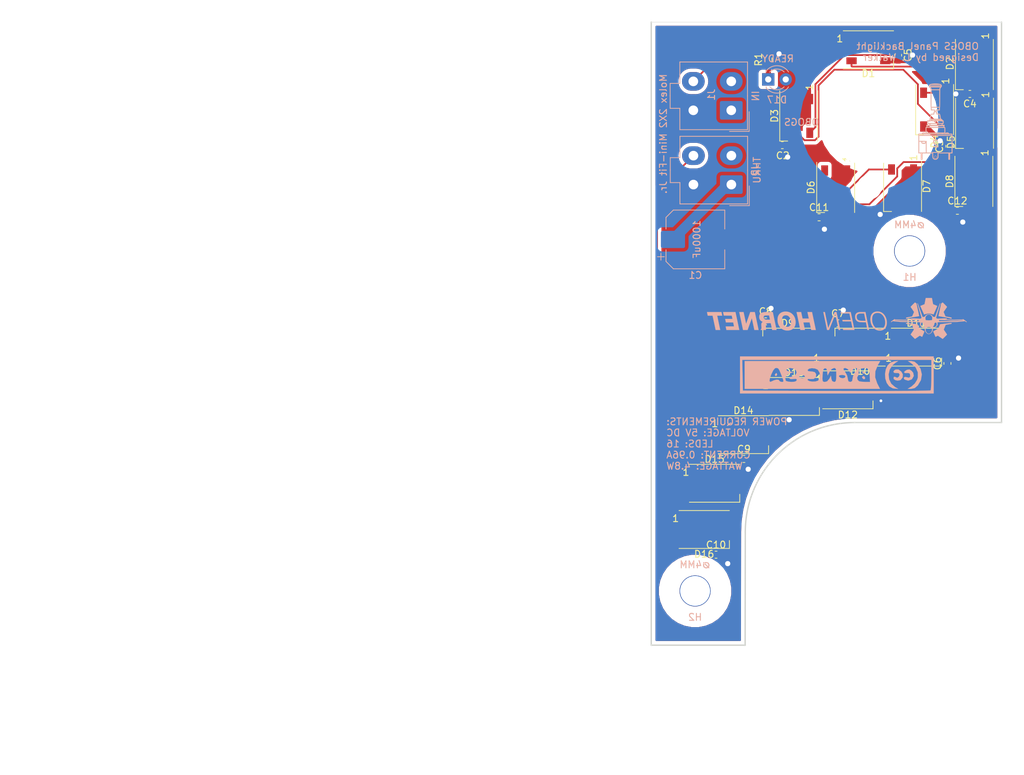
<source format=kicad_pcb>
(kicad_pcb (version 20171130) (host pcbnew "(5.1.6)-1")
  (layers (0 F.Cu signal) (31 B.Cu signal) (34 B.Paste user) (35 F.Paste user) (36 B.SilkS user) (37 F.SilkS user) (38 B.Mask user) (39 F.Mask user) (44 Edge.Cuts user))
  (net 0 "")
  (net 1 /LED+5V)
  (net 2 "Net-(D1-Pad2)")
  (net 3 /DATAIN)
  (net 4 /LEDGND)
  (net 5 "Net-(D2-Pad2)")
  (net 6 "Net-(D3-Pad2)")
  (net 7 "Net-(D4-Pad2)")
  (net 8 "Net-(D5-Pad2)")
  (net 9 "Net-(D6-Pad2)")
  (net 10 "Net-(D7-Pad2)")
  (net 11 "Net-(D8-Pad2)")
  (net 12 "Net-(D10-Pad4)")
  (net 13 "Net-(D10-Pad2)")
  (net 14 "Net-(D11-Pad2)")
  (net 15 "Net-(D12-Pad2)")
  (net 16 "Net-(D13-Pad2)")
  (net 17 "Net-(D14-Pad2)")
  (net 18 "Net-(D15-Pad2)")
  (net 19 /DATAOUT)
  (net 20 "Net-(D17-Pad1)")
  (module OH_Backlighting:Molex_Mini-Fit_Jr_5566-04A_2x02_P4.20mm_Vertical (layer B.Cu) (at 170.26636 64.47536 90)
    (fp_text reference J2 (at 2.1 3.45 90) (layer B.SilkS) (effects (justify mirror)))
    (fp_text value Conn_01x04_Female)
    (pad 4 thru_hole oval (at 4.2 -5.5 90) (size 2.7 3.3) (drill 1.4) (layers *.Cu *.Mask) (net 19 /DATAOUT))
    (pad 3 thru_hole oval (at 0 -5.5 90) (size 2.7 3.3) (drill 1.4) (layers *.Cu *.Mask) (net 4 /LEDGND))
    (pad 2 thru_hole oval (at 4.2 0 90) (size 2.7 3.3) (drill 1.4) (layers *.Cu *.Mask) (net 1 /LED+5V))
    (pad 1 thru_hole roundrect (at 0 0 90) (size 2.7 3.3) (drill 1.4) (layers *.Cu *.Mask) (roundrect_rratio 0.09259299999999999) (net 1 /LED+5V))
  )
  (module OH_Backlighting:Molex_Mini-Fit_Jr_5566-04A_2x02_P4.20mm_Vertical (layer B.Cu) (at 170.25112 53.6956 90)
    (fp_text reference J1 (at 2.25552 -2.88036 90) (layer B.SilkS) (effects (justify mirror)))
    (fp_text value Conn_01x04_Female)
    (pad 4 thru_hole oval (at 4.2 -5.5 90) (size 2.7 3.3) (drill 1.4) (layers *.Cu *.Mask) (net 3 /DATAIN))
    (pad 3 thru_hole oval (at 0 -5.5 90) (size 2.7 3.3) (drill 1.4) (layers *.Cu *.Mask) (net 4 /LEDGND))
    (pad 2 thru_hole oval (at 4.2 0 90) (size 2.7 3.3) (drill 1.4) (layers *.Cu *.Mask) (net 1 /LED+5V))
    (pad 1 thru_hole roundrect (at 0 0 90) (size 2.7 3.3) (drill 1.4) (layers *.Cu *.Mask) (roundrect_rratio 0.09259299999999999) (net 1 /LED+5V))
  )
  (module OH_General:CC-BY-NC-SA-Small (layer B.Cu) (at 185.65 92.1 180)
    (fp_text reference G*** hide)
    (fp_text value LOGO hide)
  )
  (module OH_General:OH_LOGO_37.7mm_5.9mm (layer B.Cu) (at 185.572676 83.9 180)
    (fp_text reference G*** hide)
    (fp_text value LOGO hide)
  )
  (module Capacitor_SMD:C_0603_1608Metric (layer F.Cu) (at 203.0477 68.26758)
    (fp_text reference C12 (at 0 -1.43) (layer F.SilkS))
    (fp_text value C)
    (pad 2 smd roundrect (at 0.7875 0) (size 0.875 0.95) (layers F.Cu F.Paste F.Mask) (net 4 /LEDGND))
    (pad 1 smd roundrect (at -0.7875 0) (size 0.875 0.95) (layers F.Cu F.Paste F.Mask) (net 1 /LED+5V))
  )
  (module Capacitor_SMD:C_0603_1608Metric (layer F.Cu) (at 182.99166 69.22008)
    (fp_text reference C11 (at 0 -1.43) (layer F.SilkS))
    (fp_text value C)
    (pad 2 smd roundrect (at 0.7875 0) (size 0.875 0.95) (layers F.Cu F.Paste F.Mask) (net 4 /LEDGND))
    (pad 1 smd roundrect (at -0.7875 0) (size 0.875 0.95) (layers F.Cu F.Paste F.Mask) (net 1 /LED+5V))
  )
  (module "Kicad Footprint Files:100SPX_Toggle_Keepout" (layer F.Cu) (at 190.279157 55.312067)
    (fp_text reference 1 (at 0 0.5) (layer F.SilkS))
    (fp_text value 100SPX_Toggle_Keepout)
    (pad "" np_thru_hole circle (at 0 9.525) (size 3.572 3.572) (drill 3.572) (layers *.Cu *.Mask) (clearance 1))
    (pad "" np_thru_hole circle (at 0 0) (size 12.7 12.7) (drill 12.7) (layers *.Mask F.Cu) (clearance 1))
    (pad "" np_thru_hole circle (at 0 0) (size 12.7 12.7) (drill 12.7) (layers *.Mask B.Cu) (clearance 3.65))
  )
  (module "Kicad Footprint Files:OH_Panel_Fastner_Keepout" (layer F.Cu) (at 165.006157 123.447567)
    (fp_text reference 3 hide)
    (fp_text value OH_Panel_Fastner_Keepout hide)
    (fp_text user ⌀4MM (at 0 -3.81) (layer B.SilkS) (effects (justify mirror)))
    (fp_text user H2 (at 0 3.81) (layer B.SilkS) (effects (justify mirror)))
    (pad "" np_thru_hole circle (at 0 0) (size 4.5 4.5) (drill 4.3053) (layers *.Cu *.Mask) (clearance 3))
  )
  (module "Kicad Footprint Files:OH_Panel_Fastner_Keepout" (layer F.Cu) (at 196.121157 74.108067)
    (fp_text reference 2 hide)
    (fp_text value OH_Panel_Fastner_Keepout hide)
    (fp_text user ⌀4MM (at 0 -3.81) (layer B.SilkS) (effects (justify mirror)))
    (fp_text user H1 (at 0 3.81) (layer B.SilkS) (effects (justify mirror)))
    (pad "" np_thru_hole circle (at 0 0) (size 4.5 4.5) (drill 4.3053) (layers *.Cu *.Mask) (clearance 3))
  )
  (module Capacitor_SMD:C_0603_1608Metric (layer F.Cu) (at 204.86116 51.31562 180)
    (fp_text reference C4 (at 0 -1.43) (layer F.SilkS))
    (fp_text value C)
    (pad 2 smd roundrect (at 0.775 0 180) (size 0.9 0.95) (layers F.Cu F.Paste F.Mask) (net 4 /LEDGND))
    (pad 1 smd roundrect (at -0.775 0 180) (size 0.9 0.95) (layers F.Cu F.Paste F.Mask) (net 1 /LED+5V))
  )
  (module Capacitor_SMD:C_0603_1608Metric (layer F.Cu) (at 175.23938 84.32292)
    (fp_text reference C8 (at 0 -1.43) (layer F.SilkS))
    (fp_text value C)
    (pad 2 smd roundrect (at 0.775 0) (size 0.9 0.95) (layers F.Cu F.Paste F.Mask) (net 4 /LEDGND))
    (pad 1 smd roundrect (at -0.775 0) (size 0.9 0.95) (layers F.Cu F.Paste F.Mask) (net 1 /LED+5V))
  )
  (module Resistor_SMD:R_0603_1608Metric (layer F.Cu) (at 175.63592 46.32656 90)
    (fp_text reference R1 (at 0 -1.43 90) (layer F.SilkS))
    (fp_text value R)
    (pad 2 smd roundrect (at 0.825 0 90) (size 0.8 0.95) (layers F.Cu F.Paste F.Mask) (net 4 /LEDGND))
    (pad 1 smd roundrect (at -0.825 0 90) (size 0.8 0.95) (layers F.Cu F.Paste F.Mask) (net 20 "Net-(D17-Pad1)"))
  )
  (module Capacitor_SMD:C_0603_1608Metric (layer F.Cu) (at 168.04356 118.18874)
    (fp_text reference C10 (at 0 -1.43) (layer F.SilkS))
    (fp_text value C)
    (pad 2 smd roundrect (at 0.775 0) (size 0.9 0.95) (layers F.Cu F.Paste F.Mask) (net 4 /LEDGND))
    (pad 1 smd roundrect (at -0.775 0) (size 0.9 0.95) (layers F.Cu F.Paste F.Mask) (net 1 /LED+5V))
  )
  (module Capacitor_SMD:C_0603_1608Metric (layer F.Cu) (at 172.08978 104.2924)
    (fp_text reference C9 (at 0 -1.43) (layer F.SilkS))
    (fp_text value C)
    (pad 2 smd roundrect (at 0.775 0) (size 0.9 0.95) (layers F.Cu F.Paste F.Mask) (net 4 /LEDGND))
    (pad 1 smd roundrect (at -0.775 0) (size 0.9 0.95) (layers F.Cu F.Paste F.Mask) (net 1 /LED+5V))
  )
  (module Capacitor_SMD:C_0603_1608Metric (layer F.Cu) (at 185.71972 84.6074)
    (fp_text reference C7 (at 0 -1.43) (layer F.SilkS))
    (fp_text value C)
    (pad 2 smd roundrect (at 0.775 0) (size 0.9 0.95) (layers F.Cu F.Paste F.Mask) (net 4 /LEDGND))
    (pad 1 smd roundrect (at -0.775 0) (size 0.9 0.95) (layers F.Cu F.Paste F.Mask) (net 1 /LED+5V))
  )
  (module Capacitor_SMD:C_0603_1608Metric (layer F.Cu) (at 201.60234 90.42684 90)
    (fp_text reference C6 (at 0 -1.43 90) (layer F.SilkS))
    (fp_text value C)
    (pad 2 smd roundrect (at 0.775 0 90) (size 0.9 0.95) (layers F.Cu F.Paste F.Mask) (net 4 /LEDGND))
    (pad 1 smd roundrect (at -0.775 0 90) (size 0.9 0.95) (layers F.Cu F.Paste F.Mask) (net 1 /LED+5V))
  )
  (module Capacitor_SMD:C_0603_1608Metric (layer F.Cu) (at 194.44716 45.6949 270)
    (fp_text reference C5 (at 0 -1.43 90) (layer F.SilkS))
    (fp_text value C)
    (pad 2 smd roundrect (at 0.775 0 270) (size 0.9 0.95) (layers F.Cu F.Paste F.Mask) (net 4 /LEDGND))
    (pad 1 smd roundrect (at -0.775 0 270) (size 0.9 0.95) (layers F.Cu F.Paste F.Mask) (net 1 /LED+5V))
  )
  (module Capacitor_SMD:C_0603_1608Metric (layer F.Cu) (at 201.88174 58.90992 90)
    (fp_text reference C3 (at 0 -1.43 90) (layer F.SilkS))
    (fp_text value C)
    (pad 2 smd roundrect (at 0.775 0 90) (size 0.9 0.95) (layers F.Cu F.Paste F.Mask) (net 4 /LEDGND))
    (pad 1 smd roundrect (at -0.775 0 90) (size 0.9 0.95) (layers F.Cu F.Paste F.Mask) (net 1 /LED+5V))
  )
  (module Capacitor_SMD:C_0603_1608Metric (layer F.Cu) (at 177.6603 58.74766)
    (fp_text reference C2 (at 0.05872 1.52146) (layer F.SilkS))
    (fp_text value C)
    (pad 2 smd roundrect (at 0.775 0) (size 0.9 0.95) (layers F.Cu F.Paste F.Mask) (net 4 /LEDGND))
    (pad 1 smd roundrect (at -0.775 0) (size 0.9 0.95) (layers F.Cu F.Paste F.Mask) (net 1 /LED+5V))
  )
  (module "Kicad Footprint Files:S2ALToggle" (layer B.Cu) (at 199.9996 55.4736 180)
    (fp_text reference G*** hide)
    (fp_text value LOGO hide)
    (fp_text user 2 (at 0.125 -3.075) (layer B.SilkS) (effects (justify mirror)))
  )
  (module Capacitor_SMD:CP_Elec_8x10 (layer B.Cu) (at 165.04786 72.43318)
    (fp_text reference C1 (at 0 5.2) (layer B.SilkS) (effects (justify mirror)))
    (fp_text value C_Polarized)
    (pad 2 smd roundrect (at 3.25 0) (size 3.5 2.5) (layers B.Cu B.Paste B.Mask) (roundrect_rratio 0.1) (net 4 /LEDGND))
    (pad 1 smd roundrect (at -3.25 0) (size 3.5 2.5) (layers B.Cu B.Paste B.Mask) (roundrect_rratio 0.1) (net 1 /LED+5V))
  )
  (module LED_THT:LED_D3.0mm (layer B.Cu) (at 175.61306 49.20996)
    (fp_text reference D17 (at 1.27 2.96 180) (layer B.SilkS) (effects (justify mirror)))
    (fp_text value LED)
    (pad 2 thru_hole circle (at 2.54 0) (size 1.8 1.8) (drill 0.9) (layers *.Cu *.Mask) (net 1 /LED+5V))
    (pad 1 thru_hole rect (at 0 0) (size 1.8 1.8) (drill 0.9) (layers *.Cu *.Mask) (net 20 "Net-(D17-Pad1)"))
  )
  (module LED_SMD:LED_WS2812B_PLCC4_5.0x5.0mm_P3.2mm (layer F.Cu) (at 166.331 114.528)
    (fp_text reference D16 (at -0.0118 3.582) (layer F.SilkS))
    (fp_text value WS2812B)
    (fp_text user 1 (at -4.15 -1.6) (layer F.SilkS))
    (pad 1 smd rect (at -2.45 -1.6) (size 1.5 1) (layers F.Cu F.Paste F.Mask) (net 1 /LED+5V))
    (pad 2 smd rect (at -2.45 1.6) (size 1.5 1) (layers F.Cu F.Paste F.Mask) (net 19 /DATAOUT))
    (pad 4 smd rect (at 2.45 -1.6) (size 1.5 1) (layers F.Cu F.Paste F.Mask) (net 18 "Net-(D15-Pad2)"))
    (pad 3 smd rect (at 2.45 1.6) (size 1.5 1) (layers F.Cu F.Paste F.Mask) (net 4 /LEDGND))
  )
  (module LED_SMD:LED_WS2812B_PLCC4_5.0x5.0mm_P3.2mm (layer F.Cu) (at 167.832 107.823)
    (fp_text reference D15 (at 0 -3.5) (layer F.SilkS))
    (fp_text value WS2812B)
    (fp_text user 1 (at -4.15 -1.6) (layer F.SilkS))
    (pad 1 smd rect (at -2.45 -1.6) (size 1.5 1) (layers F.Cu F.Paste F.Mask) (net 1 /LED+5V))
    (pad 2 smd rect (at -2.45 1.6) (size 1.5 1) (layers F.Cu F.Paste F.Mask) (net 18 "Net-(D15-Pad2)"))
    (pad 4 smd rect (at 2.45 -1.6) (size 1.5 1) (layers F.Cu F.Paste F.Mask) (net 17 "Net-(D14-Pad2)"))
    (pad 3 smd rect (at 2.45 1.6) (size 1.5 1) (layers F.Cu F.Paste F.Mask) (net 4 /LEDGND))
  )
  (module LED_SMD:LED_WS2812B_PLCC4_5.0x5.0mm_P3.2mm (layer F.Cu) (at 172.02 100.762)
    (fp_text reference D14 (at 0 -3.5) (layer F.SilkS))
    (fp_text value WS2812B)
    (fp_text user 1 (at -4.15 -1.6) (layer F.SilkS))
    (pad 1 smd rect (at -2.45 -1.6) (size 1.5 1) (layers F.Cu F.Paste F.Mask) (net 1 /LED+5V))
    (pad 2 smd rect (at -2.45 1.6) (size 1.5 1) (layers F.Cu F.Paste F.Mask) (net 17 "Net-(D14-Pad2)"))
    (pad 4 smd rect (at 2.45 -1.6) (size 1.5 1) (layers F.Cu F.Paste F.Mask) (net 16 "Net-(D13-Pad2)"))
    (pad 3 smd rect (at 2.45 1.6) (size 1.5 1) (layers F.Cu F.Paste F.Mask) (net 4 /LEDGND))
  )
  (module LED_SMD:LED_WS2812B_PLCC4_5.0x5.0mm_P3.2mm (layer F.Cu) (at 179.386 95.2244)
    (fp_text reference D13 (at -0.0112 -3.4796) (layer F.SilkS))
    (fp_text value WS2812B)
    (fp_text user 1 (at -4.15 -1.6) (layer F.SilkS))
    (pad 1 smd rect (at -2.45 -1.6) (size 1.5 1) (layers F.Cu F.Paste F.Mask) (net 1 /LED+5V))
    (pad 2 smd rect (at -2.45 1.6) (size 1.5 1) (layers F.Cu F.Paste F.Mask) (net 16 "Net-(D13-Pad2)"))
    (pad 4 smd rect (at 2.45 -1.6) (size 1.5 1) (layers F.Cu F.Paste F.Mask) (net 15 "Net-(D12-Pad2)"))
    (pad 3 smd rect (at 2.45 1.6) (size 1.5 1) (layers F.Cu F.Paste F.Mask) (net 4 /LEDGND))
  )
  (module LED_SMD:LED_WS2812B_PLCC4_5.0x5.0mm_P3.2mm (layer F.Cu) (at 187.159 94.2592)
    (fp_text reference D12 (at 0 3.6324) (layer F.SilkS))
    (fp_text value WS2812B)
    (fp_text user 1 (at -4.15 -1.6) (layer F.SilkS))
    (pad 1 smd rect (at -2.45 -1.6) (size 1.5 1) (layers F.Cu F.Paste F.Mask) (net 1 /LED+5V))
    (pad 2 smd rect (at -2.45 1.6) (size 1.5 1) (layers F.Cu F.Paste F.Mask) (net 15 "Net-(D12-Pad2)"))
    (pad 4 smd rect (at 2.45 -1.6) (size 1.5 1) (layers F.Cu F.Paste F.Mask) (net 14 "Net-(D11-Pad2)"))
    (pad 3 smd rect (at 2.45 1.6) (size 1.5 1) (layers F.Cu F.Paste F.Mask) (net 4 /LEDGND))
  )
  (module LED_SMD:LED_WS2812B_PLCC4_5.0x5.0mm_P3.2mm (layer F.Cu) (at 197.116 88.0616)
    (fp_text reference D11 (at 0 -3.5) (layer F.SilkS))
    (fp_text value WS2812B)
    (fp_text user 1 (at -4.15 -1.6) (layer F.SilkS))
    (pad 1 smd rect (at -2.45 -1.6) (size 1.5 1) (layers F.Cu F.Paste F.Mask) (net 1 /LED+5V))
    (pad 2 smd rect (at -2.45 1.6) (size 1.5 1) (layers F.Cu F.Paste F.Mask) (net 14 "Net-(D11-Pad2)"))
    (pad 4 smd rect (at 2.45 -1.6) (size 1.5 1) (layers F.Cu F.Paste F.Mask) (net 13 "Net-(D10-Pad2)"))
    (pad 3 smd rect (at 2.45 1.6) (size 1.5 1) (layers F.Cu F.Paste F.Mask) (net 4 /LEDGND))
  )
  (module LED_SMD:LED_WS2812B_PLCC4_5.0x5.0mm_P3.2mm (layer F.Cu) (at 188.937 88.0616 180)
    (fp_text reference D10 (at 0 -3.5) (layer F.SilkS))
    (fp_text value WS2812B)
    (fp_text user 1 (at -4.15 -1.6) (layer F.SilkS))
    (pad 1 smd rect (at -2.45 -1.6 180) (size 1.5 1) (layers F.Cu F.Paste F.Mask) (net 1 /LED+5V))
    (pad 2 smd rect (at -2.45 1.6 180) (size 1.5 1) (layers F.Cu F.Paste F.Mask) (net 13 "Net-(D10-Pad2)"))
    (pad 4 smd rect (at 2.45 -1.6 180) (size 1.5 1) (layers F.Cu F.Paste F.Mask) (net 12 "Net-(D10-Pad4)"))
    (pad 3 smd rect (at 2.45 1.6 180) (size 1.5 1) (layers F.Cu F.Paste F.Mask) (net 4 /LEDGND))
  )
  (module LED_SMD:LED_WS2812B_PLCC4_5.0x5.0mm_P3.2mm (layer F.Cu) (at 178.472 88.0616 180)
    (fp_text reference D9 (at 0.0116 3.4796) (layer F.SilkS))
    (fp_text value WS2812B)
    (fp_text user 1 (at -4.15 -1.6) (layer F.SilkS))
    (pad 1 smd rect (at -2.45 -1.6 180) (size 1.5 1) (layers F.Cu F.Paste F.Mask) (net 1 /LED+5V))
    (pad 2 smd rect (at -2.45 1.6 180) (size 1.5 1) (layers F.Cu F.Paste F.Mask) (net 12 "Net-(D10-Pad4)"))
    (pad 4 smd rect (at 2.45 -1.6 180) (size 1.5 1) (layers F.Cu F.Paste F.Mask) (net 11 "Net-(D8-Pad2)"))
    (pad 3 smd rect (at 2.45 1.6 180) (size 1.5 1) (layers F.Cu F.Paste F.Mask) (net 4 /LEDGND))
  )
  (module LED_SMD:LED_WS2812B_PLCC4_5.0x5.0mm_P3.2mm (layer F.Cu) (at 205.435 64.008 270)
    (fp_text reference D8 (at 0 3.505 90) (layer F.SilkS))
    (fp_text value WS2812B)
    (fp_text user 1 (at -4.15 -1.6 90) (layer F.SilkS))
    (pad 1 smd rect (at -2.45 -1.6 270) (size 1.5 1) (layers F.Cu F.Paste F.Mask) (net 1 /LED+5V))
    (pad 2 smd rect (at -2.45 1.6 270) (size 1.5 1) (layers F.Cu F.Paste F.Mask) (net 11 "Net-(D8-Pad2)"))
    (pad 4 smd rect (at 2.45 -1.6 270) (size 1.5 1) (layers F.Cu F.Paste F.Mask) (net 10 "Net-(D7-Pad2)"))
    (pad 3 smd rect (at 2.45 1.6 270) (size 1.5 1) (layers F.Cu F.Paste F.Mask) (net 4 /LEDGND))
  )
  (module LED_SMD:LED_WS2812B_PLCC4_5.0x5.0mm_P3.2mm (layer F.Cu) (at 195.098 64.7308 270)
    (fp_text reference D7 (at 0 -3.5 90) (layer F.SilkS))
    (fp_text value WS2812B)
    (fp_text user 1 (at -4.15 -1.6 90) (layer F.SilkS))
    (pad 1 smd rect (at -2.45 -1.6 270) (size 1.5 1) (layers F.Cu F.Paste F.Mask) (net 1 /LED+5V))
    (pad 2 smd rect (at -2.45 1.6 270) (size 1.5 1) (layers F.Cu F.Paste F.Mask) (net 10 "Net-(D7-Pad2)"))
    (pad 4 smd rect (at 2.45 -1.6 270) (size 1.5 1) (layers F.Cu F.Paste F.Mask) (net 9 "Net-(D6-Pad2)"))
    (pad 3 smd rect (at 2.45 1.6 270) (size 1.5 1) (layers F.Cu F.Paste F.Mask) (net 4 /LEDGND))
  )
  (module LED_SMD:LED_WS2812B_PLCC4_5.0x5.0mm_P3.2mm (layer F.Cu) (at 185.395 64.8832 270)
    (fp_text reference D6 (at 0 3.5818 90) (layer F.SilkS))
    (fp_text value WS2812B)
    (fp_text user 1 (at -4.15 -1.6 90) (layer F.SilkS))
    (pad 1 smd rect (at -2.45 -1.6 270) (size 1.5 1) (layers F.Cu F.Paste F.Mask) (net 1 /LED+5V))
    (pad 2 smd rect (at -2.45 1.6 270) (size 1.5 1) (layers F.Cu F.Paste F.Mask) (net 9 "Net-(D6-Pad2)"))
    (pad 4 smd rect (at 2.45 -1.6 270) (size 1.5 1) (layers F.Cu F.Paste F.Mask) (net 8 "Net-(D5-Pad2)"))
    (pad 3 smd rect (at 2.45 1.6 270) (size 1.5 1) (layers F.Cu F.Paste F.Mask) (net 4 /LEDGND))
  )
  (module LED_SMD:LED_WS2812B_PLCC4_5.0x5.0mm_P3.2mm (layer F.Cu) (at 205.537 55.5752 270)
    (fp_text reference D5 (at 2.7432 3.4038 90) (layer F.SilkS))
    (fp_text value WS2812B)
    (fp_text user 1 (at -4.15 -1.6 90) (layer F.SilkS))
    (pad 1 smd rect (at -2.45 -1.6 270) (size 1.5 1) (layers F.Cu F.Paste F.Mask) (net 1 /LED+5V))
    (pad 2 smd rect (at -2.45 1.6 270) (size 1.5 1) (layers F.Cu F.Paste F.Mask) (net 8 "Net-(D5-Pad2)"))
    (pad 4 smd rect (at 2.45 -1.6 270) (size 1.5 1) (layers F.Cu F.Paste F.Mask) (net 7 "Net-(D4-Pad2)"))
    (pad 3 smd rect (at 2.45 1.6 270) (size 1.5 1) (layers F.Cu F.Paste F.Mask) (net 4 /LEDGND))
  )
  (module LED_SMD:LED_WS2812B_PLCC4_5.0x5.0mm_P3.2mm (layer F.Cu) (at 199.746 53.594 270)
    (fp_text reference D4 (at 4.6228 0.0004 90) (layer F.SilkS))
    (fp_text value WS2812B)
    (fp_text user 1 (at -4.15 -1.6 90) (layer F.SilkS))
    (pad 1 smd rect (at -2.45 -1.6 270) (size 1.5 1) (layers F.Cu F.Paste F.Mask) (net 1 /LED+5V))
    (pad 2 smd rect (at -2.45 1.6 270) (size 1.5 1) (layers F.Cu F.Paste F.Mask) (net 7 "Net-(D4-Pad2)"))
    (pad 4 smd rect (at 2.45 -1.6 270) (size 1.5 1) (layers F.Cu F.Paste F.Mask) (net 6 "Net-(D3-Pad2)"))
    (pad 3 smd rect (at 2.45 1.6 270) (size 1.5 1) (layers F.Cu F.Paste F.Mask) (net 4 /LEDGND))
  )
  (module LED_SMD:LED_WS2812B_PLCC4_5.0x5.0mm_P3.2mm (layer F.Cu) (at 180.035 54.5084 270)
    (fp_text reference D3 (at 0 3.505 90) (layer F.SilkS))
    (fp_text value WS2812B)
    (fp_text user 1 (at -4.15 -1.6 90) (layer F.SilkS))
    (pad 1 smd rect (at -2.45 -1.6 270) (size 1.5 1) (layers F.Cu F.Paste F.Mask) (net 1 /LED+5V))
    (pad 2 smd rect (at -2.45 1.6 270) (size 1.5 1) (layers F.Cu F.Paste F.Mask) (net 6 "Net-(D3-Pad2)"))
    (pad 4 smd rect (at 2.45 -1.6 270) (size 1.5 1) (layers F.Cu F.Paste F.Mask) (net 5 "Net-(D2-Pad2)"))
    (pad 3 smd rect (at 2.45 1.6 270) (size 1.5 1) (layers F.Cu F.Paste F.Mask) (net 4 /LEDGND))
  )
  (module LED_SMD:LED_WS2812B_PLCC4_5.0x5.0mm_P3.2mm (layer F.Cu) (at 205.512 47.0524 270)
    (fp_text reference D2 (at -0.164 3.5312 90) (layer F.SilkS))
    (fp_text value WS2812B)
    (fp_text user 1 (at -4.15 -1.6 90) (layer F.SilkS))
    (pad 1 smd rect (at -2.45 -1.6 270) (size 1.5 1) (layers F.Cu F.Paste F.Mask) (net 1 /LED+5V))
    (pad 2 smd rect (at -2.45 1.6 270) (size 1.5 1) (layers F.Cu F.Paste F.Mask) (net 5 "Net-(D2-Pad2)"))
    (pad 4 smd rect (at 2.45 -1.6 270) (size 1.5 1) (layers F.Cu F.Paste F.Mask) (net 2 "Net-(D1-Pad2)"))
    (pad 3 smd rect (at 2.45 1.6 270) (size 1.5 1) (layers F.Cu F.Paste F.Mask) (net 4 /LEDGND))
  )
  (module LED_SMD:LED_WS2812B_PLCC4_5.0x5.0mm_P3.2mm (layer F.Cu) (at 190.144 44.9072)
    (fp_text reference D1 (at 0 3.4544) (layer F.SilkS))
    (fp_text value WS2812B)
    (fp_text user 1 (at -4.15 -1.6) (layer F.SilkS))
    (pad 1 smd rect (at -2.45 -1.6) (size 1.5 1) (layers F.Cu F.Paste F.Mask) (net 1 /LED+5V))
    (pad 2 smd rect (at -2.45 1.6) (size 1.5 1) (layers F.Cu F.Paste F.Mask) (net 2 "Net-(D1-Pad2)"))
    (pad 4 smd rect (at 2.45 -1.6) (size 1.5 1) (layers F.Cu F.Paste F.Mask) (net 3 /DATAIN))
    (pad 3 smd rect (at 2.45 1.6) (size 1.5 1) (layers F.Cu F.Paste F.Mask) (net 4 /LEDGND))
  )
  (gr_text OBOGS (at 180.4416 55.4228) (layer B.SilkS) (effects (font (size 1 1)) (justify mirror)))
  (gr_text THRU (at 173.98746 62.37732 90) (layer B.SilkS) (effects (font (size 1 1)) (justify mirror)))
  (gr_text IN (at 173.78426 51.61534 90) (layer B.SilkS) (effects (font (size 1 1)) (justify mirror)))
  (gr_text "Molex 2X2 Mini-Fit Jr." (at 160.39084 57.11698 90) (layer B.SilkS) (effects (font (size 1 1)) (justify mirror)))
  (gr_text READY (at 177.01514 46.2026) (layer B.SilkS) (effects (font (size 1 1)) (justify mirror)))
  (gr_text 1000uF (at 165.26002 72.43318 90) (layer B.SilkS) (effects (font (size 1 1)) (justify mirror)))
  (gr_text "POWER REQUIREMENTS:\nVOLTAGE: 5V DC\nLEDS: 16\nCURRENT: 0.96A\nWATTAGE: 4.8W" (at 160.75 102.1) (layer B.SilkS) (effects (font (size 1 1)) (justify right mirror)))
  (gr_text "OBOGS Panel Backlight\nDesigned by L. Walker" (at 206.25308 45.20438) (layer B.SilkS) (effects (font (size 1 1)) (justify left mirror)))
  (gr_line (start 209.4484 40.894) (end 158.648401 40.894001) (layer Edge.Cuts) (width 0.05))
  (gr_line (start 209.4484 40.894) (end 209.4484 40.894001) (layer Edge.Cuts) (width 0.05))
  (gr_line (start 158.648401 131.318) (end 172.2628 131.318) (layer Edge.Cuts) (width 0.2))
  (gr_arc (start 188.163199 114.8842) (end 188.1632 99.0092) (angle -90) (layer Edge.Cuts) (width 0.2))
  (gr_line (start 158.648401 40.894001) (end 158.648401 131.318) (layer Edge.Cuts) (width 0.2))
  (gr_line (start 172.2628 131.318) (end 172.288199 114.884199) (layer Edge.Cuts) (width 0.2))
  (gr_line (start 188.1632 99.0092) (end 209.4484 99.0092) (layer Edge.Cuts) (width 0.2))
  (gr_line (start 209.4484 99.0092) (end 209.4484 40.894001) (layer Edge.Cuts) (width 0.2))
  (segment (start 169.75568 64.47536) (end 161.79786 72.43318) (width 1.5) (layer B.Cu) (net 1))
  (segment (start 170.26636 64.47536) (end 169.75568 64.47536) (width 1.5) (layer B.Cu) (net 1))
  (segment (start 187.694 46.5072) (end 187.694 47.2572) (width 0.25) (layer F.Cu) (net 2))
  (segment (start 187.78748 47.35068) (end 197.49932 47.35068) (width 0.25) (layer F.Cu) (net 2))
  (segment (start 187.694 47.2572) (end 187.78748 47.35068) (width 0.25) (layer F.Cu) (net 2))
  (segment (start 197.49932 47.35068) (end 199 45.85) (width 0.25) (layer F.Cu) (net 2))
  (segment (start 199 45.85) (end 206.85 45.85) (width 0.25) (layer F.Cu) (net 2))
  (segment (start 206.85 49.2404) (end 207.112 49.5024) (width 0.25) (layer F.Cu) (net 2))
  (segment (start 206.85 45.85) (end 206.85 49.2404) (width 0.25) (layer F.Cu) (net 2))
  (segment (start 171.764521 42.482199) (end 164.75112 49.4956) (width 0.25) (layer F.Cu) (net 3))
  (segment (start 191.768999 42.482199) (end 171.764521 42.482199) (width 0.25) (layer F.Cu) (net 3))
  (segment (start 192.594 43.3072) (end 191.768999 42.482199) (width 0.25) (layer F.Cu) (net 3))
  (segment (start 176.01438 86.45398) (end 176.022 86.4616) (width 0.75) (layer F.Cu) (net 4))
  (segment (start 201.59258 89.6616) (end 201.60234 89.65184) (width 0.75) (layer F.Cu) (net 4))
  (segment (start 199.566 89.6616) (end 201.59258 89.6616) (width 0.75) (layer F.Cu) (net 4))
  (segment (start 201.60234 89.65184) (end 203.21524 89.65438) (width 0.75) (layer F.Cu) (net 4))
  (segment (start 203.21524 89.65438) (end 203.22794 89.65184) (width 0.75) (layer F.Cu) (net 4))
  (via (at 203.21524 89.65438) (size 1.5) (drill 0.75) (layers F.Cu B.Cu) (net 4))
  (segment (start 189.609 95.8592) (end 191.9605 95.85198) (width 0.75) (layer F.Cu) (net 4))
  (segment (start 191.9605 95.85198) (end 191.95328 95.8592) (width 0.75) (layer F.Cu) (net 4))
  (via (at 191.9605 95.85198) (size 0.8) (drill 0.4) (layers F.Cu B.Cu) (net 4))
  (segment (start 177.1777 45.50156) (end 177.1777 45.50156) (width 0.75) (layer F.Cu) (net 4))
  (segment (start 178.435 58.74736) (end 178.4353 58.74766) (width 0.75) (layer F.Cu) (net 4))
  (segment (start 178.435 56.9584) (end 178.435 58.74736) (width 0.75) (layer F.Cu) (net 4))
  (segment (start 178.4353 58.74766) (end 178.42992 60.47994) (width 0.75) (layer F.Cu) (net 4))
  (segment (start 178.42992 60.47994) (end 178.4353 60.51072) (width 0.75) (layer F.Cu) (net 4))
  (via (at 178.42992 60.47994) (size 1.5) (drill 0.75) (layers F.Cu B.Cu) (net 4))
  (segment (start 193.498 67.1808) (end 193.498 67.17712) (width 0.75) (layer F.Cu) (net 4))
  (segment (start 193.498 67.17712) (end 191.85128 68.80606) (width 0.75) (layer F.Cu) (net 4))
  (segment (start 191.85128 68.80606) (end 191.86906 68.80606) (width 0.75) (layer F.Cu) (net 4))
  (via (at 191.85128 68.80606) (size 1.5) (drill 0.75) (layers F.Cu B.Cu) (net 4))
  (segment (start 183.795 69.20424) (end 183.77916 69.22008) (width 0.75) (layer F.Cu) (net 4))
  (segment (start 183.795 67.3332) (end 183.795 69.20424) (width 0.75) (layer F.Cu) (net 4))
  (segment (start 183.77916 69.22008) (end 183.76138 70.94982) (width 0.75) (layer F.Cu) (net 4))
  (segment (start 183.76138 70.94982) (end 183.77916 70.93204) (width 0.75) (layer F.Cu) (net 4))
  (via (at 183.76138 70.94982) (size 1.5) (drill 0.75) (layers F.Cu B.Cu) (net 4))
  (segment (start 203.835 66.458) (end 203.83246 69.91604) (width 0.75) (layer F.Cu) (net 4))
  (segment (start 203.83246 69.91604) (end 203.835 69.9135) (width 0.75) (layer F.Cu) (net 4))
  (via (at 203.83246 69.91604) (size 1.5) (drill 0.75) (layers F.Cu B.Cu) (net 4))
  (segment (start 201.99146 58.0252) (end 201.88174 58.13492) (width 0.75) (layer F.Cu) (net 4))
  (segment (start 203.937 58.0252) (end 201.99146 58.0252) (width 0.75) (layer F.Cu) (net 4))
  (segment (start 201.88174 58.13492) (end 200.54316 58.11266) (width 0.75) (layer F.Cu) (net 4))
  (segment (start 200.54316 58.11266) (end 200.56542 58.13492) (width 0.75) (layer F.Cu) (net 4))
  (via (at 200.54316 58.11266) (size 1.5) (drill 0.75) (layers F.Cu B.Cu) (net 4))
  (segment (start 203.912 51.14146) (end 204.08616 51.31562) (width 0.75) (layer F.Cu) (net 4))
  (segment (start 203.912 49.5024) (end 203.912 51.14146) (width 0.75) (layer F.Cu) (net 4))
  (segment (start 204.08616 51.31562) (end 202.82154 51.31562) (width 0.75) (layer F.Cu) (net 4))
  (segment (start 202.82154 51.31562) (end 202.6793 51.31562) (width 0.75) (layer F.Cu) (net 4))
  (via (at 202.82154 51.31562) (size 1.5) (drill 0.75) (layers F.Cu B.Cu) (net 4))
  (segment (start 194.40986 46.5072) (end 194.44716 46.4699) (width 0.75) (layer F.Cu) (net 4))
  (segment (start 192.594 46.5072) (end 194.40986 46.5072) (width 0.75) (layer F.Cu) (net 4))
  (segment (start 194.44716 46.4699) (end 195.7826 46.4699) (width 0.75) (layer F.Cu) (net 4))
  (segment (start 195.7826 46.4699) (end 195.7826 46.4445) (width 0.75) (layer F.Cu) (net 4))
  (segment (start 195.7826 46.4445) (end 196.54774 45.67936) (width 0.75) (layer F.Cu) (net 4))
  (segment (start 196.54774 45.67936) (end 196.54774 45.67936) (width 0.75) (layer F.Cu) (net 4))
  (via (at 196.54774 45.67936) (size 1.5) (drill 0.75) (layers F.Cu B.Cu) (net 4))
  (segment (start 198.4745 56.044) (end 200.54316 58.11266) (width 0.75) (layer F.Cu) (net 4))
  (segment (start 198.146 56.044) (end 198.4745 56.044) (width 0.75) (layer F.Cu) (net 4))
  (segment (start 174.47 102.68718) (end 172.86478 104.2924) (width 0.75) (layer F.Cu) (net 4))
  (segment (start 174.47 102.362) (end 174.47 102.68718) (width 0.75) (layer F.Cu) (net 4))
  (segment (start 172.86478 104.2924) (end 172.7073 105.78592) (width 0.75) (layer F.Cu) (net 4))
  (segment (start 172.7073 105.78592) (end 172.86478 105.64368) (width 0.75) (layer F.Cu) (net 4))
  (via (at 172.7073 105.78592) (size 1.5) (drill 0.75) (layers F.Cu B.Cu) (net 4))
  (segment (start 168.781 116.128) (end 168.781 118.15118) (width 0.75) (layer F.Cu) (net 4))
  (segment (start 168.81856 118.18874) (end 168.781 118.15118) (width 0.75) (layer F.Cu) (net 4))
  (segment (start 168.81856 118.18874) (end 168.81856 118.62054) (width 0.75) (layer F.Cu) (net 4))
  (segment (start 168.81856 118.62054) (end 169.73804 119.48414) (width 0.75) (layer F.Cu) (net 4))
  (segment (start 169.73804 119.48414) (end 169.68978 119.49176) (width 0.75) (layer F.Cu) (net 4))
  (via (at 169.73804 119.48414) (size 1.5) (drill 0.75) (layers F.Cu B.Cu) (net 4))
  (segment (start 172.7073 106.9977) (end 172.7073 105.78592) (width 0.75) (layer F.Cu) (net 4))
  (segment (start 170.282 109.423) (end 172.7073 106.9977) (width 0.75) (layer F.Cu) (net 4))
  (segment (start 181.836 96.8244) (end 180.42676 96.8244) (width 0.75) (layer F.Cu) (net 4))
  (segment (start 180.42676 96.8244) (end 178.64582 98.60534) (width 0.75) (layer F.Cu) (net 4))
  (segment (start 178.64582 98.60534) (end 178.64582 98.60534) (width 0.75) (layer F.Cu) (net 4))
  (via (at 178.64582 98.60534) (size 1.5) (drill 0.75) (layers F.Cu B.Cu) (net 4))
  (segment (start 186.487 84.61512) (end 186.49472 84.6074) (width 0.75) (layer F.Cu) (net 4))
  (segment (start 186.487 86.4616) (end 186.487 84.61512) (width 0.75) (layer F.Cu) (net 4))
  (segment (start 186.49472 84.6074) (end 186.4995 82.69224) (width 0.75) (layer F.Cu) (net 4))
  (segment (start 186.4995 82.69224) (end 186.49472 82.69702) (width 0.75) (layer F.Cu) (net 4))
  (via (at 186.4995 82.69224) (size 1.5) (drill 0.75) (layers F.Cu B.Cu) (net 4))
  (segment (start 176.022 84.33054) (end 176.01438 84.32292) (width 0.75) (layer F.Cu) (net 4))
  (segment (start 176.022 86.4616) (end 176.022 84.33054) (width 0.75) (layer F.Cu) (net 4))
  (segment (start 176.01438 84.32292) (end 176.01438 82.43316) (width 0.75) (layer F.Cu) (net 4))
  (segment (start 176.01438 82.43316) (end 176.01438 82.43316) (width 0.75) (layer F.Cu) (net 4))
  (via (at 176.01438 82.43316) (size 1.5) (drill 0.75) (layers F.Cu B.Cu) (net 4))
  (segment (start 175.63592 45.50156) (end 177.1777 45.50156) (width 0.75) (layer F.Cu) (net 4))
  (via (at 177.1777 45.50156) (size 1.5) (drill 0.75) (layers F.Cu B.Cu) (net 4))
  (segment (start 182.460001 49.906197) (end 182.460001 56.133399) (width 0.25) (layer F.Cu) (net 5))
  (segment (start 186.683999 45.682199) (end 182.460001 49.906197) (width 0.25) (layer F.Cu) (net 5))
  (segment (start 182.460001 56.133399) (end 181.635 56.9584) (width 0.25) (layer F.Cu) (net 5))
  (segment (start 193.969326 45.6949) (end 193.956625 45.682199) (width 0.25) (layer F.Cu) (net 5))
  (segment (start 194.941198 45.6949) (end 193.969326 45.6949) (width 0.25) (layer F.Cu) (net 5))
  (segment (start 193.956625 45.682199) (end 186.683999 45.682199) (width 0.25) (layer F.Cu) (net 5))
  (segment (start 196.033698 44.6024) (end 194.941198 45.6949) (width 0.25) (layer F.Cu) (net 5))
  (segment (start 203.912 44.6024) (end 196.033698 44.6024) (width 0.25) (layer F.Cu) (net 5))
  (segment (start 200.596 56.044) (end 197.320999 52.768999) (width 0.25) (layer F.Cu) (net 6))
  (segment (start 201.346 56.044) (end 200.596 56.044) (width 0.25) (layer F.Cu) (net 6))
  (segment (start 197.320999 52.768999) (end 197.320999 49.920999) (width 0.25) (layer F.Cu) (net 6))
  (segment (start 195.20069 47.80069) (end 185.201918 47.80069) (width 0.25) (layer F.Cu) (net 6))
  (segment (start 197.320999 49.920999) (end 195.20069 47.80069) (width 0.25) (layer F.Cu) (net 6))
  (segment (start 179.260001 52.883401) (end 178.435 52.0584) (width 0.25) (layer F.Cu) (net 6))
  (segment (start 179.260001 56.418403) (end 179.260001 52.883401) (width 0.25) (layer F.Cu) (net 6))
  (segment (start 180.874999 58.033401) (end 179.260001 56.418403) (width 0.25) (layer F.Cu) (net 6))
  (segment (start 182.395001 58.033401) (end 180.874999 58.033401) (width 0.25) (layer F.Cu) (net 6))
  (segment (start 182.910011 57.518391) (end 182.395001 58.033401) (width 0.25) (layer F.Cu) (net 6))
  (segment (start 182.910011 50.092597) (end 182.910011 57.518391) (width 0.25) (layer F.Cu) (net 6))
  (segment (start 185.201918 47.80069) (end 182.910011 50.092597) (width 0.25) (layer F.Cu) (net 6))
  (segment (start 199.5058 51.144) (end 198.146 51.144) (width 0.25) (layer F.Cu) (net 7))
  (segment (start 206.387 58.0252) (end 199.5058 51.144) (width 0.25) (layer F.Cu) (net 7))
  (segment (start 207.137 58.0252) (end 206.387 58.0252) (width 0.25) (layer F.Cu) (net 7))
  (segment (start 190.280602 67.3332) (end 186.995 67.3332) (width 0.25) (layer F.Cu) (net 8))
  (segment (start 194.323001 63.290801) (end 190.280602 67.3332) (width 0.25) (layer F.Cu) (net 8))
  (segment (start 194.323001 62.126999) (end 194.323001 63.290801) (width 0.25) (layer F.Cu) (net 8))
  (segment (start 195.244201 61.205799) (end 194.323001 62.126999) (width 0.25) (layer F.Cu) (net 8))
  (segment (start 199.041023 61.205799) (end 195.244201 61.205799) (width 0.25) (layer F.Cu) (net 8))
  (segment (start 201.336902 58.90992) (end 199.041023 61.205799) (width 0.25) (layer F.Cu) (net 8))
  (segment (start 202.359574 58.90992) (end 201.336902 58.90992) (width 0.25) (layer F.Cu) (net 8))
  (segment (start 202.68175 59.232096) (end 202.359574 58.90992) (width 0.25) (layer F.Cu) (net 8))
  (segment (start 207.765106 59.232096) (end 202.68175 59.232096) (width 0.25) (layer F.Cu) (net 8))
  (segment (start 207.962001 59.035201) (end 207.765106 59.232096) (width 0.25) (layer F.Cu) (net 8))
  (segment (start 207.962001 56.400201) (end 207.962001 59.035201) (width 0.25) (layer F.Cu) (net 8))
  (segment (start 204.687 53.1252) (end 207.962001 56.400201) (width 0.25) (layer F.Cu) (net 8))
  (segment (start 203.937 53.1252) (end 204.687 53.1252) (width 0.25) (layer F.Cu) (net 8))
  (segment (start 181.44165 64.78655) (end 183.105144 63.123056) (width 0.25) (layer F.Cu) (net 9))
  (segment (start 181.44165 70.221092) (end 181.44165 64.78655) (width 0.25) (layer F.Cu) (net 9))
  (segment (start 195.622999 68.255801) (end 193.992541 68.255801) (width 0.25) (layer F.Cu) (net 9))
  (segment (start 196.698 67.1808) (end 195.622999 68.255801) (width 0.25) (layer F.Cu) (net 9))
  (segment (start 193.992541 68.255801) (end 190.223521 72.024821) (width 0.25) (layer F.Cu) (net 9))
  (segment (start 190.223521 72.024821) (end 183.245379 72.024821) (width 0.25) (layer F.Cu) (net 9))
  (segment (start 183.245379 72.024821) (end 181.44165 70.221092) (width 0.25) (layer F.Cu) (net 9))
  (segment (start 183.105144 63.123056) (end 183.795 62.4332) (width 0.25) (layer F.Cu) (net 9))
  (segment (start 205.959999 65.382999) (end 207.035 66.458) (width 0.25) (layer F.Cu) (net 10))
  (segment (start 186.234999 68.408201) (end 190.435597 68.408201) (width 0.25) (layer F.Cu) (net 10))
  (segment (start 186.169999 68.343201) (end 186.234999 68.408201) (width 0.25) (layer F.Cu) (net 10))
  (segment (start 186.169999 66.323199) (end 186.169999 68.343201) (width 0.25) (layer F.Cu) (net 10))
  (segment (start 193.460799 65.382999) (end 205.959999 65.382999) (width 0.25) (layer F.Cu) (net 10))
  (segment (start 190.212398 62.2808) (end 186.169999 66.323199) (width 0.25) (layer F.Cu) (net 10))
  (segment (start 190.435597 68.408201) (end 193.460799 65.382999) (width 0.25) (layer F.Cu) (net 10))
  (segment (start 193.498 62.2808) (end 190.212398 62.2808) (width 0.25) (layer F.Cu) (net 10))
  (segment (start 176.022 88.9116) (end 179.297001 85.636599) (width 0.25) (layer F.Cu) (net 11))
  (segment (start 179.297001 85.636599) (end 183.826997 85.636599) (width 0.25) (layer F.Cu) (net 11))
  (segment (start 188.726997 87.286601) (end 191.263598 84.75) (width 0.25) (layer F.Cu) (net 11))
  (segment (start 176.022 89.6616) (end 176.022 88.9116) (width 0.25) (layer F.Cu) (net 11))
  (segment (start 183.826997 85.636599) (end 185.476999 87.286601) (width 0.25) (layer F.Cu) (net 11))
  (segment (start 185.476999 87.286601) (end 188.726997 87.286601) (width 0.25) (layer F.Cu) (net 11))
  (segment (start 191.263598 84.75) (end 200.25 84.75) (width 0.25) (layer F.Cu) (net 11))
  (segment (start 205.199998 61.558) (end 203.835 61.558) (width 0.25) (layer F.Cu) (net 11))
  (segment (start 207.860001 64.218003) (end 205.199998 61.558) (width 0.25) (layer F.Cu) (net 11))
  (segment (start 207.860001 77.139999) (end 207.860001 64.218003) (width 0.25) (layer F.Cu) (net 11))
  (segment (start 200.25 84.75) (end 207.860001 77.139999) (width 0.25) (layer F.Cu) (net 11))
  (segment (start 184.122 89.6616) (end 180.922 86.4616) (width 0.25) (layer F.Cu) (net 12))
  (segment (start 186.487 89.6616) (end 184.122 89.6616) (width 0.25) (layer F.Cu) (net 12))
  (segment (start 198.740999 85.636599) (end 192.212001 85.636599) (width 0.25) (layer F.Cu) (net 13))
  (segment (start 192.212001 85.636599) (end 191.387 86.4616) (width 0.25) (layer F.Cu) (net 13))
  (segment (start 199.566 86.4616) (end 198.740999 85.636599) (width 0.25) (layer F.Cu) (net 13))
  (segment (start 191.6684 92.6592) (end 189.609 92.6592) (width 0.25) (layer F.Cu) (net 14))
  (segment (start 194.666 89.6616) (end 191.6684 92.6592) (width 0.25) (layer F.Cu) (net 14))
  (segment (start 184.0708 95.8592) (end 181.836 93.6244) (width 0.25) (layer F.Cu) (net 15))
  (segment (start 184.709 95.8592) (end 184.0708 95.8592) (width 0.25) (layer F.Cu) (net 15))
  (segment (start 174.5984 99.162) (end 176.936 96.8244) (width 0.25) (layer F.Cu) (net 16))
  (segment (start 174.47 99.162) (end 174.5984 99.162) (width 0.25) (layer F.Cu) (net 16))
  (segment (start 170.282 103.074) (end 169.57 102.362) (width 0.25) (layer F.Cu) (net 17))
  (segment (start 170.282 106.223) (end 170.282 103.074) (width 0.25) (layer F.Cu) (net 17))
  (segment (start 168.781 112.822) (end 165.382 109.423) (width 0.25) (layer F.Cu) (net 18))
  (segment (start 168.781 112.928) (end 168.781 112.822) (width 0.25) (layer F.Cu) (net 18))
  (segment (start 163.881 116.128) (end 163.4482 116.128) (width 0.25) (layer F.Cu) (net 19))
  (segment (start 163.4482 116.128) (end 159.49168 112.17148) (width 0.25) (layer F.Cu) (net 19))
  (segment (start 159.49168 65.55004) (end 164.76636 60.27536) (width 0.25) (layer F.Cu) (net 19))
  (segment (start 159.49168 112.17148) (end 159.49168 65.55004) (width 0.25) (layer F.Cu) (net 19))
  (segment (start 175.63592 49.1871) (end 175.61306 49.20996) (width 0.75) (layer F.Cu) (net 20))
  (segment (start 175.63592 47.15156) (end 175.63592 49.1871) (width 0.75) (layer F.Cu) (net 20))
  (zone (net 4) (net_name /LEDGND) (layer B.Cu) (connect_pads yes (clearance 0.508)) (min_thickness 0.254) (fill yes (arc_segments 32) (thermal_gap 0.508) (thermal_bridge_width 0.508))
    (polygon (pts (xy 210.47202 39.77132) (xy 210.99272 132.71246) (xy 158.01086 134.3279) (xy 157.39618 39.77132) (xy 176.9618 39.66718)))
  )
  (zone (net 1) (net_name /LED+5V) (layer F.Cu) (connect_pads yes (clearance 0.508)) (min_thickness 0.254) (fill yes (arc_segments 32) (thermal_gap 0.508) (thermal_bridge_width 0.508))
    (polygon (pts (xy 212.34654 133.4389) (xy 156.14904 133.00202) (xy 156.25318 78.99146) (xy 156.14904 39.01694) (xy 211.40928 39.12108)))
  )
)
</source>
